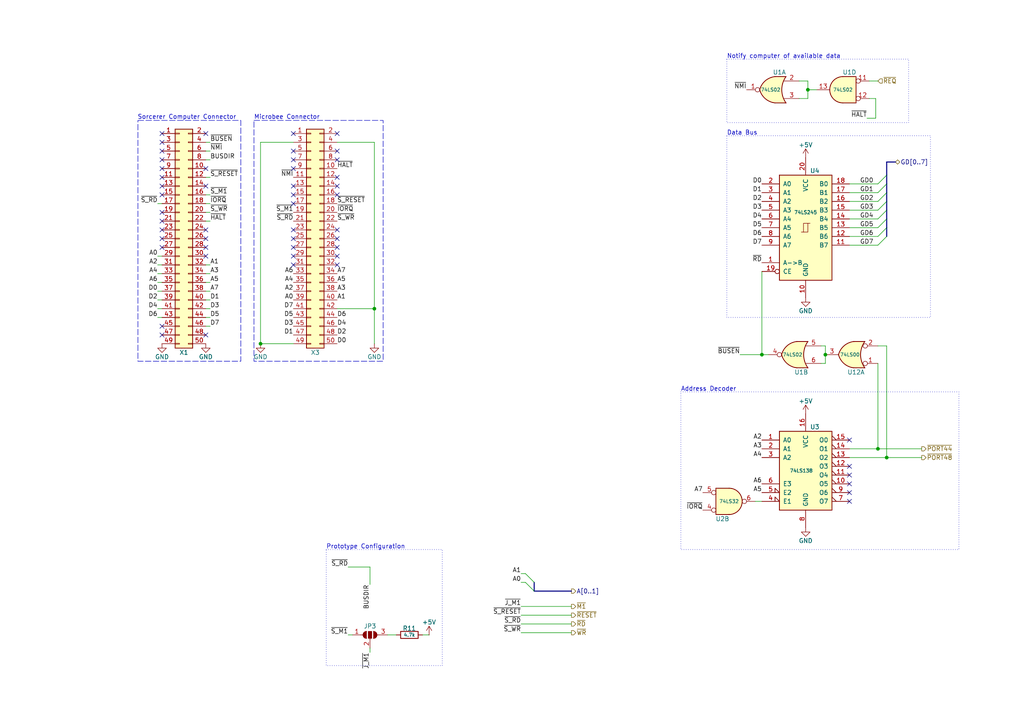
<source format=kicad_sch>
(kicad_sch (version 20250114) (generator "eeschema") (generator_version "9.0")
  (paper "A4")
  (title_block (title "Sorcerer Dream Disk") (date "2025-05-04") (rev "1.1") (company "Marcel Erz (RetroStack), John Halkiadakis, Michael Borthwick (Exidyboy)") (comment 2 "Circuits to buffer connection to the computer") (comment 4 "Computer Connector"))
  (lib_symbols
    (symbol "+5V_5" (power) (pin_numbers (hide yes)) (pin_names (offset 0) (hide yes))
      (property "Value" "+5V" (at 0 3.556 0))
      (symbol "+5V_5_0_1"
        (polyline (pts (xy -0.762 1.27) (xy 0 2.54)))
        (polyline (pts (xy 0 2.54) (xy 0.762 1.27)))
        (polyline (pts (xy 0 0) (xy 0 2.54)))
      )
      (symbol "+5V_5_1_1"
        (pin power_in line (at 0 0 90) (length 0) (name "~") (number "1"))
      )
    )
    (symbol "74xx:74LS00" (pin_names (offset 1.016))
      (property "Reference" "U" (at 0 1.27 0))
      (property "Value" "74LS00" (at 0 -1.27 0))
      (symbol "74LS00_1_1"
        (arc (start 0 3.81) (mid 3.7934 0) (end 0 -3.81) (stroke (width 0.254)) (fill (type background)))
        (polyline (pts (xy 0 3.81) (xy -3.81 3.81) (xy -3.81 -3.81) (xy 0 -3.81)) (stroke (width 0.254)) (fill (type background)))
        (pin input line (at -7.62 2.54 0) (length 3.81) (name "~") (number "1"))
        (pin input line (at -7.62 -2.54 0) (length 3.81) (name "~") (number "2"))
        (pin output inverted (at 7.62 0 180) (length 3.81) (name "~") (number "3"))
      )
      (symbol "74LS00_1_2"
        (arc (start -3.81 3.81) (mid -2.589 0) (end -3.81 -3.81) (stroke (width 0.254)))
        (polyline (pts (xy -3.81 3.81) (xy -0.635 3.81)) (stroke (width 0.254)) (fill (type background)))
        (polyline (pts (xy -3.81 -3.81) (xy -0.635 -3.81)) (stroke (width 0.254)) (fill (type background)))
        (arc (start 3.81 0) (mid 2.1855 -2.584) (end -0.6096 -3.81) (stroke (width 0.254)) (fill (type background)))
        (arc (start -0.6096 3.81) (mid 2.1928 2.5924) (end 3.81 0) (stroke (width 0.254)) (fill (type background)))
        (polyline (pts (xy -0.635 3.81) (xy -3.81 3.81) (xy -3.81 3.81) (xy -3.556 3.4036) (xy -3.0226 2.2606) (xy -2.6924 1.0414) (xy -2.6162 -0.254) (xy -2.7686 -1.4986) (xy -3.175 -2.7178) (xy -3.81 -3.81) (xy -3.81 -3.81) (xy -0.635 -3.81)) (stroke (width -25.4)) (fill (type background)))
        (pin input inverted (at -7.62 2.54 0) (length 4.318) (name "~") (number "1"))
        (pin input inverted (at -7.62 -2.54 0) (length 4.318) (name "~") (number "2"))
        (pin output line (at 7.62 0 180) (length 3.81) (name "~") (number "3"))
      )
      (symbol "74LS00_2_1"
        (arc (start 0 3.81) (mid 3.7934 0) (end 0 -3.81) (stroke (width 0.254)) (fill (type background)))
        (polyline (pts (xy 0 3.81) (xy -3.81 3.81) (xy -3.81 -3.81) (xy 0 -3.81)) (stroke (width 0.254)) (fill (type background)))
        (pin input line (at -7.62 2.54 0) (length 3.81) (name "~") (number "4"))
        (pin input line (at -7.62 -2.54 0) (length 3.81) (name "~") (number "5"))
        (pin output inverted (at 7.62 0 180) (length 3.81) (name "~") (number "6"))
      )
      (symbol "74LS00_2_2"
        (arc (start -3.81 3.81) (mid -2.589 0) (end -3.81 -3.81) (stroke (width 0.254)))
        (polyline (pts (xy -3.81 3.81) (xy -0.635 3.81)) (stroke (width 0.254)) (fill (type background)))
        (polyline (pts (xy -3.81 -3.81) (xy -0.635 -3.81)) (stroke (width 0.254)) (fill (type background)))
        (arc (start 3.81 0) (mid 2.1855 -2.584) (end -0.6096 -3.81) (stroke (width 0.254)) (fill (type background)))
        (arc (start -0.6096 3.81) (mid 2.1928 2.5924) (end 3.81 0) (stroke (width 0.254)) (fill (type background)))
        (polyline (pts (xy -0.635 3.81) (xy -3.81 3.81) (xy -3.81 3.81) (xy -3.556 3.4036) (xy -3.0226 2.2606) (xy -2.6924 1.0414) (xy -2.6162 -0.254) (xy -2.7686 -1.4986) (xy -3.175 -2.7178) (xy -3.81 -3.81) (xy -3.81 -3.81) (xy -0.635 -3.81)) (stroke (width -25.4)) (fill (type background)))
        (pin input inverted (at -7.62 2.54 0) (length 4.318) (name "~") (number "4"))
        (pin input inverted (at -7.62 -2.54 0) (length 4.318) (name "~") (number "5"))
        (pin output line (at 7.62 0 180) (length 3.81) (name "~") (number "6"))
      )
      (symbol "74LS00_3_1"
        (arc (start 0 3.81) (mid 3.7934 0) (end 0 -3.81) (stroke (width 0.254)) (fill (type background)))
        (polyline (pts (xy 0 3.81) (xy -3.81 3.81) (xy -3.81 -3.81) (xy 0 -3.81)) (stroke (width 0.254)) (fill (type background)))
        (pin input line (at -7.62 2.54 0) (length 3.81) (name "~") (number "9"))
        (pin input line (at -7.62 -2.54 0) (length 3.81) (name "~") (number "10"))
        (pin output inverted (at 7.62 0 180) (length 3.81) (name "~") (number "8"))
      )
      (symbol "74LS00_3_2"
        (arc (start -3.81 3.81) (mid -2.589 0) (end -3.81 -3.81) (stroke (width 0.254)))
        (polyline (pts (xy -3.81 3.81) (xy -0.635 3.81)) (stroke (width 0.254)) (fill (type background)))
        (polyline (pts (xy -3.81 -3.81) (xy -0.635 -3.81)) (stroke (width 0.254)) (fill (type background)))
        (arc (start 3.81 0) (mid 2.1855 -2.584) (end -0.6096 -3.81) (stroke (width 0.254)) (fill (type background)))
        (arc (start -0.6096 3.81) (mid 2.1928 2.5924) (end 3.81 0) (stroke (width 0.254)) (fill (type background)))
        (polyline (pts (xy -0.635 3.81) (xy -3.81 3.81) (xy -3.81 3.81) (xy -3.556 3.4036) (xy -3.0226 2.2606) (xy -2.6924 1.0414) (xy -2.6162 -0.254) (xy -2.7686 -1.4986) (xy -3.175 -2.7178) (xy -3.81 -3.81) (xy -3.81 -3.81) (xy -0.635 -3.81)) (stroke (width -25.4)) (fill (type background)))
        (pin input inverted (at -7.62 2.54 0) (length 4.318) (name "~") (number "9"))
        (pin input inverted (at -7.62 -2.54 0) (length 4.318) (name "~") (number "10"))
        (pin output line (at 7.62 0 180) (length 3.81) (name "~") (number "8"))
      )
      (symbol "74LS00_4_1"
        (arc (start 0 3.81) (mid 3.7934 0) (end 0 -3.81) (stroke (width 0.254)) (fill (type background)))
        (polyline (pts (xy 0 3.81) (xy -3.81 3.81) (xy -3.81 -3.81) (xy 0 -3.81)) (stroke (width 0.254)) (fill (type background)))
        (pin input line (at -7.62 2.54 0) (length 3.81) (name "~") (number "12"))
        (pin input line (at -7.62 -2.54 0) (length 3.81) (name "~") (number "13"))
        (pin output inverted (at 7.62 0 180) (length 3.81) (name "~") (number "11"))
      )
      (symbol "74LS00_4_2"
        (arc (start -3.81 3.81) (mid -2.589 0) (end -3.81 -3.81) (stroke (width 0.254)))
        (polyline (pts (xy -3.81 3.81) (xy -0.635 3.81)) (stroke (width 0.254)) (fill (type background)))
        (polyline (pts (xy -3.81 -3.81) (xy -0.635 -3.81)) (stroke (width 0.254)) (fill (type background)))
        (arc (start 3.81 0) (mid 2.1855 -2.584) (end -0.6096 -3.81) (stroke (width 0.254)) (fill (type background)))
        (arc (start -0.6096 3.81) (mid 2.1928 2.5924) (end 3.81 0) (stroke (width 0.254)) (fill (type background)))
        (polyline (pts (xy -0.635 3.81) (xy -3.81 3.81) (xy -3.81 3.81) (xy -3.556 3.4036) (xy -3.0226 2.2606) (xy -2.6924 1.0414) (xy -2.6162 -0.254) (xy -2.7686 -1.4986) (xy -3.175 -2.7178) (xy -3.81 -3.81) (xy -3.81 -3.81) (xy -0.635 -3.81)) (stroke (width -25.4)) (fill (type background)))
        (pin input inverted (at -7.62 2.54 0) (length 4.318) (name "~") (number "12"))
        (pin input inverted (at -7.62 -2.54 0) (length 4.318) (name "~") (number "13"))
        (pin output line (at 7.62 0 180) (length 3.81) (name "~") (number "11"))
      )
      (symbol "74LS00_5_0"
        (pin power_in line (at 0 12.7 270) (length 5.08) (name "VCC") (number "14"))
        (pin power_in line (at 0 -12.7 90) (length 5.08) (name "GND") (number "7"))
      )
      (symbol "74LS00_5_1"
        (rectangle (start -5.08 7.62) (end 5.08 -7.62) (stroke (width 0.254)) (fill (type background)))
      )
    )
    (symbol "74xx:74LS02" (pin_names (offset 1.016))
      (property "Reference" "U" (at 0 1.27 0))
      (property "Value" "74LS02" (at 0 -1.27 0))
      (symbol "74LS02_1_1"
        (arc (start -3.81 3.81) (mid -2.589 0) (end -3.81 -3.81) (stroke (width 0.254)))
        (polyline (pts (xy -3.81 3.81) (xy -0.635 3.81)) (stroke (width 0.254)) (fill (type background)))
        (polyline (pts (xy -3.81 -3.81) (xy -0.635 -3.81)) (stroke (width 0.254)) (fill (type background)))
        (arc (start 3.81 0) (mid 2.1855 -2.584) (end -0.6096 -3.81) (stroke (width 0.254)) (fill (type background)))
        (arc (start -0.6096 3.81) (mid 2.1928 2.5924) (end 3.81 0) (stroke (width 0.254)) (fill (type background)))
        (polyline (pts (xy -0.635 3.81) (xy -3.81 3.81) (xy -3.81 3.81) (xy -3.556 3.4036) (xy -3.0226 2.2606) (xy -2.6924 1.0414) (xy -2.6162 -0.254) (xy -2.7686 -1.4986) (xy -3.175 -2.7178) (xy -3.81 -3.81) (xy -3.81 -3.81) (xy -0.635 -3.81)) (stroke (width -25.4)) (fill (type background)))
        (pin input line (at -7.62 2.54 0) (length 4.318) (name "~") (number "2"))
        (pin input line (at -7.62 -2.54 0) (length 4.318) (name "~") (number "3"))
        (pin output inverted (at 7.62 0 180) (length 3.81) (name "~") (number "1"))
      )
      (symbol "74LS02_1_2"
        (arc (start 0 3.81) (mid 3.7934 0) (end 0 -3.81) (stroke (width 0.254)) (fill (type background)))
        (polyline (pts (xy 0 3.81) (xy -3.81 3.81) (xy -3.81 -3.81) (xy 0 -3.81)) (stroke (width 0.254)) (fill (type background)))
        (pin input inverted (at -7.62 2.54 0) (length 3.81) (name "~") (number "2"))
        (pin input inverted (at -7.62 -2.54 0) (length 3.81) (name "~") (number "3"))
        (pin output line (at 7.62 0 180) (length 3.81) (name "~") (number "1"))
      )
      (symbol "74LS02_2_1"
        (arc (start -3.81 3.81) (mid -2.589 0) (end -3.81 -3.81) (stroke (width 0.254)))
        (polyline (pts (xy -3.81 3.81) (xy -0.635 3.81)) (stroke (width 0.254)) (fill (type background)))
        (polyline (pts (xy -3.81 -3.81) (xy -0.635 -3.81)) (stroke (width 0.254)) (fill (type background)))
        (arc (start 3.81 0) (mid 2.1855 -2.584) (end -0.6096 -3.81) (stroke (width 0.254)) (fill (type background)))
        (arc (start -0.6096 3.81) (mid 2.1928 2.5924) (end 3.81 0) (stroke (width 0.254)) (fill (type background)))
        (polyline (pts (xy -0.635 3.81) (xy -3.81 3.81) (xy -3.81 3.81) (xy -3.556 3.4036) (xy -3.0226 2.2606) (xy -2.6924 1.0414) (xy -2.6162 -0.254) (xy -2.7686 -1.4986) (xy -3.175 -2.7178) (xy -3.81 -3.81) (xy -3.81 -3.81) (xy -0.635 -3.81)) (stroke (width -25.4)) (fill (type background)))
        (pin input line (at -7.62 2.54 0) (length 4.318) (name "~") (number "5"))
        (pin input line (at -7.62 -2.54 0) (length 4.318) (name "~") (number "6"))
        (pin output inverted (at 7.62 0 180) (length 3.81) (name "~") (number "4"))
      )
      (symbol "74LS02_2_2"
        (arc (start 0 3.81) (mid 3.7934 0) (end 0 -3.81) (stroke (width 0.254)) (fill (type background)))
        (polyline (pts (xy 0 3.81) (xy -3.81 3.81) (xy -3.81 -3.81) (xy 0 -3.81)) (stroke (width 0.254)) (fill (type background)))
        (pin input inverted (at -7.62 2.54 0) (length 3.81) (name "~") (number "5"))
        (pin input inverted (at -7.62 -2.54 0) (length 3.81) (name "~") (number "6"))
        (pin output line (at 7.62 0 180) (length 3.81) (name "~") (number "4"))
      )
      (symbol "74LS02_3_1"
        (arc (start -3.81 3.81) (mid -2.589 0) (end -3.81 -3.81) (stroke (width 0.254)))
        (polyline (pts (xy -3.81 3.81) (xy -0.635 3.81)) (stroke (width 0.254)) (fill (type background)))
        (polyline (pts (xy -3.81 -3.81) (xy -0.635 -3.81)) (stroke (width 0.254)) (fill (type background)))
        (arc (start 3.81 0) (mid 2.1855 -2.584) (end -0.6096 -3.81) (stroke (width 0.254)) (fill (type background)))
        (arc (start -0.6096 3.81) (mid 2.1928 2.5924) (end 3.81 0) (stroke (width 0.254)) (fill (type background)))
        (polyline (pts (xy -0.635 3.81) (xy -3.81 3.81) (xy -3.81 3.81) (xy -3.556 3.4036) (xy -3.0226 2.2606) (xy -2.6924 1.0414) (xy -2.6162 -0.254) (xy -2.7686 -1.4986) (xy -3.175 -2.7178) (xy -3.81 -3.81) (xy -3.81 -3.81) (xy -0.635 -3.81)) (stroke (width -25.4)) (fill (type background)))
        (pin input line (at -7.62 2.54 0) (length 4.318) (name "~") (number "8"))
        (pin input line (at -7.62 -2.54 0) (length 4.318) (name "~") (number "9"))
        (pin output inverted (at 7.62 0 180) (length 3.81) (name "~") (number "10"))
      )
      (symbol "74LS02_3_2"
        (arc (start 0 3.81) (mid 3.7934 0) (end 0 -3.81) (stroke (width 0.254)) (fill (type background)))
        (polyline (pts (xy 0 3.81) (xy -3.81 3.81) (xy -3.81 -3.81) (xy 0 -3.81)) (stroke (width 0.254)) (fill (type background)))
        (pin input inverted (at -7.62 2.54 0) (length 3.81) (name "~") (number "8"))
        (pin input inverted (at -7.62 -2.54 0) (length 3.81) (name "~") (number "9"))
        (pin output line (at 7.62 0 180) (length 3.81) (name "~") (number "10"))
      )
      (symbol "74LS02_4_1"
        (arc (start -3.81 3.81) (mid -2.589 0) (end -3.81 -3.81) (stroke (width 0.254)))
        (polyline (pts (xy -3.81 3.81) (xy -0.635 3.81)) (stroke (width 0.254)) (fill (type background)))
        (polyline (pts (xy -3.81 -3.81) (xy -0.635 -3.81)) (stroke (width 0.254)) (fill (type background)))
        (arc (start 3.81 0) (mid 2.1855 -2.584) (end -0.6096 -3.81) (stroke (width 0.254)) (fill (type background)))
        (arc (start -0.6096 3.81) (mid 2.1928 2.5924) (end 3.81 0) (stroke (width 0.254)) (fill (type background)))
        (polyline (pts (xy -0.635 3.81) (xy -3.81 3.81) (xy -3.81 3.81) (xy -3.556 3.4036) (xy -3.0226 2.2606) (xy -2.6924 1.0414) (xy -2.6162 -0.254) (xy -2.7686 -1.4986) (xy -3.175 -2.7178) (xy -3.81 -3.81) (xy -3.81 -3.81) (xy -0.635 -3.81)) (stroke (width -25.4)) (fill (type background)))
        (pin input line (at -7.62 2.54 0) (length 4.318) (name "~") (number "11"))
        (pin input line (at -7.62 -2.54 0) (length 4.318) (name "~") (number "12"))
        (pin output inverted (at 7.62 0 180) (length 3.81) (name "~") (number "13"))
      )
      (symbol "74LS02_4_2"
        (arc (start 0 3.81) (mid 3.7934 0) (end 0 -3.81) (stroke (width 0.254)) (fill (type background)))
        (polyline (pts (xy 0 3.81) (xy -3.81 3.81) (xy -3.81 -3.81) (xy 0 -3.81)) (stroke (width 0.254)) (fill (type background)))
        (pin input inverted (at -7.62 2.54 0) (length 3.81) (name "~") (number "11"))
        (pin input inverted (at -7.62 -2.54 0) (length 3.81) (name "~") (number "12"))
        (pin output line (at 7.62 0 180) (length 3.81) (name "~") (number "13"))
      )
      (symbol "74LS02_5_0"
        (pin power_in line (at 0 12.7 270) (length 5.08) (name "VCC") (number "14"))
        (pin power_in line (at 0 -12.7 90) (length 5.08) (name "GND") (number "7"))
      )
      (symbol "74LS02_5_1"
        (rectangle (start -5.08 7.62) (end 5.08 -7.62) (stroke (width 0.254)) (fill (type background)))
      )
    )
    (symbol "74xx:74LS138" (pin_names (offset 1.016))
      (property "Reference" "U" (at -7.62 11.43 0))
      (property "Value" "74LS138" (at -7.62 -13.97 0))
      (symbol "74LS138_1_0"
        (pin input line (at -12.7 7.62 0) (length 5.08) (name "A0") (number "1"))
        (pin input line (at -12.7 5.08 0) (length 5.08) (name "A1") (number "2"))
        (pin input line (at -12.7 2.54 0) (length 5.08) (name "A2") (number "3"))
        (pin input line (at -12.7 -5.08 0) (length 5.08) (name "E3") (number "6"))
        (pin input input_low (at -12.7 -7.62 0) (length 5.08) (name "E2") (number "5"))
        (pin input input_low (at -12.7 -10.16 0) (length 5.08) (name "E1") (number "4"))
        (pin power_in line (at 0 15.24 270) (length 5.08) (name "VCC") (number "16"))
        (pin power_in line (at 0 -17.78 90) (length 5.08) (name "GND") (number "8"))
        (pin output output_low (at 12.7 7.62 180) (length 5.08) (name "O0") (number "15"))
        (pin output output_low (at 12.7 5.08 180) (length 5.08) (name "O1") (number "14"))
        (pin output output_low (at 12.7 2.54 180) (length 5.08) (name "O2") (number "13"))
        (pin output output_low (at 12.7 0 180) (length 5.08) (name "O3") (number "12"))
        (pin output output_low (at 12.7 -2.54 180) (length 5.08) (name "O4") (number "11"))
        (pin output output_low (at 12.7 -5.08 180) (length 5.08) (name "O5") (number "10"))
        (pin output output_low (at 12.7 -7.62 180) (length 5.08) (name "O6") (number "9"))
        (pin output output_low (at 12.7 -10.16 180) (length 5.08) (name "O7") (number "7"))
      )
      (symbol "74LS138_1_1"
        (rectangle (start -7.62 10.16) (end 7.62 -12.7) (stroke (width 0.254)) (fill (type background)))
      )
    )
    (symbol "74xx:74LS245" (pin_names (offset 1.016))
      (property "Reference" "U" (at -7.62 16.51 0))
      (property "Value" "74LS245" (at -7.62 -16.51 0))
      (symbol "74LS245_1_0"
        (polyline (pts (xy -1.27 -1.27) (xy 0.635 -1.27) (xy 0.635 1.27) (xy 1.27 1.27)))
        (polyline (pts (xy -0.635 -1.27) (xy -0.635 1.27) (xy 0.635 1.27)))
        (pin tri_state line (at -12.7 12.7 0) (length 5.08) (name "A0") (number "2"))
        (pin tri_state line (at -12.7 10.16 0) (length 5.08) (name "A1") (number "3"))
        (pin tri_state line (at -12.7 7.62 0) (length 5.08) (name "A2") (number "4"))
        (pin tri_state line (at -12.7 5.08 0) (length 5.08) (name "A3") (number "5"))
        (pin tri_state line (at -12.7 2.54 0) (length 5.08) (name "A4") (number "6"))
        (pin tri_state line (at -12.7 0 0) (length 5.08) (name "A5") (number "7"))
        (pin tri_state line (at -12.7 -2.54 0) (length 5.08) (name "A6") (number "8"))
        (pin tri_state line (at -12.7 -5.08 0) (length 5.08) (name "A7") (number "9"))
        (pin input line (at -12.7 -10.16 0) (length 5.08) (name "A->B") (number "1"))
        (pin input inverted (at -12.7 -12.7 0) (length 5.08) (name "CE") (number "19"))
        (pin power_in line (at 0 20.32 270) (length 5.08) (name "VCC") (number "20"))
        (pin power_in line (at 0 -20.32 90) (length 5.08) (name "GND") (number "10"))
        (pin tri_state line (at 12.7 12.7 180) (length 5.08) (name "B0") (number "18"))
        (pin tri_state line (at 12.7 10.16 180) (length 5.08) (name "B1") (number "17"))
        (pin tri_state line (at 12.7 7.62 180) (length 5.08) (name "B2") (number "16"))
        (pin tri_state line (at 12.7 5.08 180) (length 5.08) (name "B3") (number "15"))
        (pin tri_state line (at 12.7 2.54 180) (length 5.08) (name "B4") (number "14"))
        (pin tri_state line (at 12.7 0 180) (length 5.08) (name "B5") (number "13"))
        (pin tri_state line (at 12.7 -2.54 180) (length 5.08) (name "B6") (number "12"))
        (pin tri_state line (at 12.7 -5.08 180) (length 5.08) (name "B7") (number "11"))
      )
      (symbol "74LS245_1_1"
        (rectangle (start -7.62 15.24) (end 7.62 -15.24) (stroke (width 0.254)) (fill (type background)))
      )
    )
    (symbol "74xx:74LS32" (pin_names (offset 1.016))
      (property "Reference" "U" (at 0 1.27 0))
      (property "Value" "74LS32" (at 0 -1.27 0))
      (symbol "74LS32_1_1"
        (arc (start -3.81 3.81) (mid -2.589 0) (end -3.81 -3.81) (stroke (width 0.254)))
        (polyline (pts (xy -3.81 3.81) (xy -0.635 3.81)) (stroke (width 0.254)) (fill (type background)))
        (polyline (pts (xy -3.81 -3.81) (xy -0.635 -3.81)) (stroke (width 0.254)) (fill (type background)))
        (arc (start 3.81 0) (mid 2.1855 -2.584) (end -0.6096 -3.81) (stroke (width 0.254)) (fill (type background)))
        (arc (start -0.6096 3.81) (mid 2.1928 2.5924) (end 3.81 0) (stroke (width 0.254)) (fill (type background)))
        (polyline (pts (xy -0.635 3.81) (xy -3.81 3.81) (xy -3.81 3.81) (xy -3.556 3.4036) (xy -3.0226 2.2606) (xy -2.6924 1.0414) (xy -2.6162 -0.254) (xy -2.7686 -1.4986) (xy -3.175 -2.7178) (xy -3.81 -3.81) (xy -3.81 -3.81) (xy -0.635 -3.81)) (stroke (width -25.4)) (fill (type background)))
        (pin input line (at -7.62 2.54 0) (length 4.318) (name "~") (number "1"))
        (pin input line (at -7.62 -2.54 0) (length 4.318) (name "~") (number "2"))
        (pin output line (at 7.62 0 180) (length 3.81) (name "~") (number "3"))
      )
      (symbol "74LS32_1_2"
        (arc (start 0 3.81) (mid 3.7934 0) (end 0 -3.81) (stroke (width 0.254)) (fill (type background)))
        (polyline (pts (xy 0 3.81) (xy -3.81 3.81) (xy -3.81 -3.81) (xy 0 -3.81)) (stroke (width 0.254)) (fill (type background)))
        (pin input inverted (at -7.62 2.54 0) (length 3.81) (name "~") (number "1"))
        (pin input inverted (at -7.62 -2.54 0) (length 3.81) (name "~") (number "2"))
        (pin output inverted (at 7.62 0 180) (length 3.81) (name "~") (number "3"))
      )
      (symbol "74LS32_2_1"
        (arc (start -3.81 3.81) (mid -2.589 0) (end -3.81 -3.81) (stroke (width 0.254)))
        (polyline (pts (xy -3.81 3.81) (xy -0.635 3.81)) (stroke (width 0.254)) (fill (type background)))
        (polyline (pts (xy -3.81 -3.81) (xy -0.635 -3.81)) (stroke (width 0.254)) (fill (type background)))
        (arc (start 3.81 0) (mid 2.1855 -2.584) (end -0.6096 -3.81) (stroke (width 0.254)) (fill (type background)))
        (arc (start -0.6096 3.81) (mid 2.1928 2.5924) (end 3.81 0) (stroke (width 0.254)) (fill (type background)))
        (polyline (pts (xy -0.635 3.81) (xy -3.81 3.81) (xy -3.81 3.81) (xy -3.556 3.4036) (xy -3.0226 2.2606) (xy -2.6924 1.0414) (xy -2.6162 -0.254) (xy -2.7686 -1.4986) (xy -3.175 -2.7178) (xy -3.81 -3.81) (xy -3.81 -3.81) (xy -0.635 -3.81)) (stroke (width -25.4)) (fill (type background)))
        (pin input line (at -7.62 2.54 0) (length 4.318) (name "~") (number "4"))
        (pin input line (at -7.62 -2.54 0) (length 4.318) (name "~") (number "5"))
        (pin output line (at 7.62 0 180) (length 3.81) (name "~") (number "6"))
      )
      (symbol "74LS32_2_2"
        (arc (start 0 3.81) (mid 3.7934 0) (end 0 -3.81) (stroke (width 0.254)) (fill (type background)))
        (polyline (pts (xy 0 3.81) (xy -3.81 3.81) (xy -3.81 -3.81) (xy 0 -3.81)) (stroke (width 0.254)) (fill (type background)))
        (pin input inverted (at -7.62 2.54 0) (length 3.81) (name "~") (number "4"))
        (pin input inverted (at -7.62 -2.54 0) (length 3.81) (name "~") (number "5"))
        (pin output inverted (at 7.62 0 180) (length 3.81) (name "~") (number "6"))
      )
      (symbol "74LS32_3_1"
        (arc (start -3.81 3.81) (mid -2.589 0) (end -3.81 -3.81) (stroke (width 0.254)))
        (polyline (pts (xy -3.81 3.81) (xy -0.635 3.81)) (stroke (width 0.254)) (fill (type background)))
        (polyline (pts (xy -3.81 -3.81) (xy -0.635 -3.81)) (stroke (width 0.254)) (fill (type background)))
        (arc (start 3.81 0) (mid 2.1855 -2.584) (end -0.6096 -3.81) (stroke (width 0.254)) (fill (type background)))
        (arc (start -0.6096 3.81) (mid 2.1928 2.5924) (end 3.81 0) (stroke (width 0.254)) (fill (type background)))
        (polyline (pts (xy -0.635 3.81) (xy -3.81 3.81) (xy -3.81 3.81) (xy -3.556 3.4036) (xy -3.0226 2.2606) (xy -2.6924 1.0414) (xy -2.6162 -0.254) (xy -2.7686 -1.4986) (xy -3.175 -2.7178) (xy -3.81 -3.81) (xy -3.81 -3.81) (xy -0.635 -3.81)) (stroke (width -25.4)) (fill (type background)))
        (pin input line (at -7.62 2.54 0) (length 4.318) (name "~") (number "9"))
        (pin input line (at -7.62 -2.54 0) (length 4.318) (name "~") (number "10"))
        (pin output line (at 7.62 0 180) (length 3.81) (name "~") (number "8"))
      )
      (symbol "74LS32_3_2"
        (arc (start 0 3.81) (mid 3.7934 0) (end 0 -3.81) (stroke (width 0.254)) (fill (type background)))
        (polyline (pts (xy 0 3.81) (xy -3.81 3.81) (xy -3.81 -3.81) (xy 0 -3.81)) (stroke (width 0.254)) (fill (type background)))
        (pin input inverted (at -7.62 2.54 0) (length 3.81) (name "~") (number "9"))
        (pin input inverted (at -7.62 -2.54 0) (length 3.81) (name "~") (number "10"))
        (pin output inverted (at 7.62 0 180) (length 3.81) (name "~") (number "8"))
      )
      (symbol "74LS32_4_1"
        (arc (start -3.81 3.81) (mid -2.589 0) (end -3.81 -3.81) (stroke (width 0.254)))
        (polyline (pts (xy -3.81 3.81) (xy -0.635 3.81)) (stroke (width 0.254)) (fill (type background)))
        (polyline (pts (xy -3.81 -3.81) (xy -0.635 -3.81)) (stroke (width 0.254)) (fill (type background)))
        (arc (start 3.81 0) (mid 2.1855 -2.584) (end -0.6096 -3.81) (stroke (width 0.254)) (fill (type background)))
        (arc (start -0.6096 3.81) (mid 2.1928 2.5924) (end 3.81 0) (stroke (width 0.254)) (fill (type background)))
        (polyline (pts (xy -0.635 3.81) (xy -3.81 3.81) (xy -3.81 3.81) (xy -3.556 3.4036) (xy -3.0226 2.2606) (xy -2.6924 1.0414) (xy -2.6162 -0.254) (xy -2.7686 -1.4986) (xy -3.175 -2.7178) (xy -3.81 -3.81) (xy -3.81 -3.81) (xy -0.635 -3.81)) (stroke (width -25.4)) (fill (type background)))
        (pin input line (at -7.62 2.54 0) (length 4.318) (name "~") (number "12"))
        (pin input line (at -7.62 -2.54 0) (length 4.318) (name "~") (number "13"))
        (pin output line (at 7.62 0 180) (length 3.81) (name "~") (number "11"))
      )
      (symbol "74LS32_4_2"
        (arc (start 0 3.81) (mid 3.7934 0) (end 0 -3.81) (stroke (width 0.254)) (fill (type background)))
        (polyline (pts (xy 0 3.81) (xy -3.81 3.81) (xy -3.81 -3.81) (xy 0 -3.81)) (stroke (width 0.254)) (fill (type background)))
        (pin input inverted (at -7.62 2.54 0) (length 3.81) (name "~") (number "12"))
        (pin input inverted (at -7.62 -2.54 0) (length 3.81) (name "~") (number "13"))
        (pin output inverted (at 7.62 0 180) (length 3.81) (name "~") (number "11"))
      )
      (symbol "74LS32_5_0"
        (pin power_in line (at 0 12.7 270) (length 5.08) (name "VCC") (number "14"))
        (pin power_in line (at 0 -12.7 90) (length 5.08) (name "GND") (number "7"))
      )
      (symbol "74LS32_5_1"
        (rectangle (start -5.08 7.62) (end 5.08 -7.62) (stroke (width 0.254)) (fill (type background)))
      )
    )
    (symbol "Connector_Generic:Conn_02x25_Odd_Even" (pin_names (offset 1.016) (hide yes))
      (property "Reference" "J" (at 1.27 33.02 0))
      (property "Value" "Conn_02x25_Odd_Even" (at 1.27 -33.02 0))
      (symbol "Conn_02x25_Odd_Even_1_1"
        (rectangle (start -1.27 31.75) (end 3.81 -31.75) (stroke (width 0.254)) (fill (type background)))
        (rectangle (start -1.27 30.607) (end 0 30.353) (stroke (width 0.1524)))
        (rectangle (start -1.27 28.067) (end 0 27.813) (stroke (width 0.1524)))
        (rectangle (start -1.27 25.527) (end 0 25.273) (stroke (width 0.1524)))
        (rectangle (start -1.27 22.987) (end 0 22.733) (stroke (width 0.1524)))
        (rectangle (start -1.27 20.447) (end 0 20.193) (stroke (width 0.1524)))
        (rectangle (start -1.27 17.907) (end 0 17.653) (stroke (width 0.1524)))
        (rectangle (start -1.27 15.367) (end 0 15.113) (stroke (width 0.1524)))
        (rectangle (start -1.27 12.827) (end 0 12.573) (stroke (width 0.1524)))
        (rectangle (start -1.27 10.287) (end 0 10.033) (stroke (width 0.1524)))
        (rectangle (start -1.27 7.747) (end 0 7.493) (stroke (width 0.1524)))
        (rectangle (start -1.27 5.207) (end 0 4.953) (stroke (width 0.1524)))
        (rectangle (start -1.27 2.667) (end 0 2.413) (stroke (width 0.1524)))
        (rectangle (start -1.27 0.127) (end 0 -0.127) (stroke (width 0.1524)))
        (rectangle (start -1.27 -2.413) (end 0 -2.667) (stroke (width 0.1524)))
        (rectangle (start -1.27 -4.953) (end 0 -5.207) (stroke (width 0.1524)))
        (rectangle (start -1.27 -7.493) (end 0 -7.747) (stroke (width 0.1524)))
        (rectangle (start -1.27 -10.033) (end 0 -10.287) (stroke (width 0.1524)))
        (rectangle (start -1.27 -12.573) (end 0 -12.827) (stroke (width 0.1524)))
        (rectangle (start -1.27 -15.113) (end 0 -15.367) (stroke (width 0.1524)))
        (rectangle (start -1.27 -17.653) (end 0 -17.907) (stroke (width 0.1524)))
        (rectangle (start -1.27 -20.193) (end 0 -20.447) (stroke (width 0.1524)))
        (rectangle (start -1.27 -22.733) (end 0 -22.987) (stroke (width 0.1524)))
        (rectangle (start -1.27 -25.273) (end 0 -25.527) (stroke (width 0.1524)))
        (rectangle (start -1.27 -27.813) (end 0 -28.067) (stroke (width 0.1524)))
        (rectangle (start -1.27 -30.353) (end 0 -30.607) (stroke (width 0.1524)))
        (rectangle (start 3.81 30.607) (end 2.54 30.353) (stroke (width 0.1524)))
        (rectangle (start 3.81 28.067) (end 2.54 27.813) (stroke (width 0.1524)))
        (rectangle (start 3.81 25.527) (end 2.54 25.273) (stroke (width 0.1524)))
        (rectangle (start 3.81 22.987) (end 2.54 22.733) (stroke (width 0.1524)))
        (rectangle (start 3.81 20.447) (end 2.54 20.193) (stroke (width 0.1524)))
        (rectangle (start 3.81 17.907) (end 2.54 17.653) (stroke (width 0.1524)))
        (rectangle (start 3.81 15.367) (end 2.54 15.113) (stroke (width 0.1524)))
        (rectangle (start 3.81 12.827) (end 2.54 12.573) (stroke (width 0.1524)))
        (rectangle (start 3.81 10.287) (end 2.54 10.033) (stroke (width 0.1524)))
        (rectangle (start 3.81 7.747) (end 2.54 7.493) (stroke (width 0.1524)))
        (rectangle (start 3.81 5.207) (end 2.54 4.953) (stroke (width 0.1524)))
        (rectangle (start 3.81 2.667) (end 2.54 2.413) (stroke (width 0.1524)))
        (rectangle (start 3.81 0.127) (end 2.54 -0.127) (stroke (width 0.1524)))
        (rectangle (start 3.81 -2.413) (end 2.54 -2.667) (stroke (width 0.1524)))
        (rectangle (start 3.81 -4.953) (end 2.54 -5.207) (stroke (width 0.1524)))
        (rectangle (start 3.81 -7.493) (end 2.54 -7.747) (stroke (width 0.1524)))
        (rectangle (start 3.81 -10.033) (end 2.54 -10.287) (stroke (width 0.1524)))
        (rectangle (start 3.81 -12.573) (end 2.54 -12.827) (stroke (width 0.1524)))
        (rectangle (start 3.81 -15.113) (end 2.54 -15.367) (stroke (width 0.1524)))
        (rectangle (start 3.81 -17.653) (end 2.54 -17.907) (stroke (width 0.1524)))
        (rectangle (start 3.81 -20.193) (end 2.54 -20.447) (stroke (width 0.1524)))
        (rectangle (start 3.81 -22.733) (end 2.54 -22.987) (stroke (width 0.1524)))
        (rectangle (start 3.81 -25.273) (end 2.54 -25.527) (stroke (width 0.1524)))
        (rectangle (start 3.81 -27.813) (end 2.54 -28.067) (stroke (width 0.1524)))
        (rectangle (start 3.81 -30.353) (end 2.54 -30.607) (stroke (width 0.1524)))
        (pin passive line (at -5.08 30.48 0) (length 3.81) (name "Pin_1") (number "1"))
        (pin passive line (at -5.08 27.94 0) (length 3.81) (name "Pin_3") (number "3"))
        (pin passive line (at -5.08 25.4 0) (length 3.81) (name "Pin_5") (number "5"))
        (pin passive line (at -5.08 22.86 0) (length 3.81) (name "Pin_7") (number "7"))
        (pin passive line (at -5.08 20.32 0) (length 3.81) (name "Pin_9") (number "9"))
        (pin passive line (at -5.08 17.78 0) (length 3.81) (name "Pin_11") (number "11"))
        (pin passive line (at -5.08 15.24 0) (length 3.81) (name "Pin_13") (number "13"))
        (pin passive line (at -5.08 12.7 0) (length 3.81) (name "Pin_15") (number "15"))
        (pin passive line (at -5.08 10.16 0) (length 3.81) (name "Pin_17") (number "17"))
        (pin passive line (at -5.08 7.62 0) (length 3.81) (name "Pin_19") (number "19"))
        (pin passive line (at -5.08 5.08 0) (length 3.81) (name "Pin_21") (number "21"))
        (pin passive line (at -5.08 2.54 0) (length 3.81) (name "Pin_23") (number "23"))
        (pin passive line (at -5.08 0 0) (length 3.81) (name "Pin_25") (number "25"))
        (pin passive line (at -5.08 -2.54 0) (length 3.81) (name "Pin_27") (number "27"))
        (pin passive line (at -5.08 -5.08 0) (length 3.81) (name "Pin_29") (number "29"))
        (pin passive line (at -5.08 -7.62 0) (length 3.81) (name "Pin_31") (number "31"))
        (pin passive line (at -5.08 -10.16 0) (length 3.81) (name "Pin_33") (number "33"))
        (pin passive line (at -5.08 -12.7 0) (length 3.81) (name "Pin_35") (number "35"))
        (pin passive line (at -5.08 -15.24 0) (length 3.81) (name "Pin_37") (number "37"))
        (pin passive line (at -5.08 -17.78 0) (length 3.81) (name "Pin_39") (number "39"))
        (pin passive line (at -5.08 -20.32 0) (length 3.81) (name "Pin_41") (number "41"))
        (pin passive line (at -5.08 -22.86 0) (length 3.81) (name "Pin_43") (number "43"))
        (pin passive line (at -5.08 -25.4 0) (length 3.81) (name "Pin_45") (number "45"))
        (pin passive line (at -5.08 -27.94 0) (length 3.81) (name "Pin_47") (number "47"))
        (pin passive line (at -5.08 -30.48 0) (length 3.81) (name "Pin_49") (number "49"))
        (pin passive line (at 7.62 30.48 180) (length 3.81) (name "Pin_2") (number "2"))
        (pin passive line (at 7.62 27.94 180) (length 3.81) (name "Pin_4") (number "4"))
        (pin passive line (at 7.62 25.4 180) (length 3.81) (name "Pin_6") (number "6"))
        (pin passive line (at 7.62 22.86 180) (length 3.81) (name "Pin_8") (number "8"))
        (pin passive line (at 7.62 20.32 180) (length 3.81) (name "Pin_10") (number "10"))
        (pin passive line (at 7.62 17.78 180) (length 3.81) (name "Pin_12") (number "12"))
        (pin passive line (at 7.62 15.24 180) (length 3.81) (name "Pin_14") (number "14"))
        (pin passive line (at 7.62 12.7 180) (length 3.81) (name "Pin_16") (number "16"))
        (pin passive line (at 7.62 10.16 180) (length 3.81) (name "Pin_18") (number "18"))
        (pin passive line (at 7.62 7.62 180) (length 3.81) (name "Pin_20") (number "20"))
        (pin passive line (at 7.62 5.08 180) (length 3.81) (name "Pin_22") (number "22"))
        (pin passive line (at 7.62 2.54 180) (length 3.81) (name "Pin_24") (number "24"))
        (pin passive line (at 7.62 0 180) (length 3.81) (name "Pin_26") (number "26"))
        (pin passive line (at 7.62 -2.54 180) (length 3.81) (name "Pin_28") (number "28"))
        (pin passive line (at 7.62 -5.08 180) (length 3.81) (name "Pin_30") (number "30"))
        (pin passive line (at 7.62 -7.62 180) (length 3.81) (name "Pin_32") (number "32"))
        (pin passive line (at 7.62 -10.16 180) (length 3.81) (name "Pin_34") (number "34"))
        (pin passive line (at 7.62 -12.7 180) (length 3.81) (name "Pin_36") (number "36"))
        (pin passive line (at 7.62 -15.24 180) (length 3.81) (name "Pin_38") (number "38"))
        (pin passive line (at 7.62 -17.78 180) (length 3.81) (name "Pin_40") (number "40"))
        (pin passive line (at 7.62 -20.32 180) (length 3.81) (name "Pin_42") (number "42"))
        (pin passive line (at 7.62 -22.86 180) (length 3.81) (name "Pin_44") (number "44"))
        (pin passive line (at 7.62 -25.4 180) (length 3.81) (name "Pin_46") (number "46"))
        (pin passive line (at 7.62 -27.94 180) (length 3.81) (name "Pin_48") (number "48"))
        (pin passive line (at 7.62 -30.48 180) (length 3.81) (name "Pin_50") (number "50"))
      )
    )
    (symbol "Device:R" (pin_numbers (hide yes)) (pin_names (offset 0))
      (property "Reference" "R" (at 2.032 0 90))
      (property "Value" "R" (at 0 0 90))
      (symbol "R_0_1"
        (rectangle (start -1.016 -2.54) (end 1.016 2.54) (stroke (width 0.254)))
      )
      (symbol "R_1_1"
        (pin passive line (at 0 3.81 270) (length 1.27) (name "~") (number "1"))
        (pin passive line (at 0 -3.81 90) (length 1.27) (name "~") (number "2"))
      )
    )
    (symbol "GND_1" (power) (pin_numbers (hide yes)) (pin_names (offset 0) (hide yes))
      (property "Value" "GND" (at 0 -3.81 0))
      (symbol "GND_1_0_1"
        (polyline (pts (xy 0 0) (xy 0 -1.27) (xy 1.27 -1.27) (xy 0 -2.54) (xy -1.27 -1.27) (xy 0 -1.27)))
      )
      (symbol "GND_1_1_1"
        (pin power_in line (at 0 0 270) (length 0) (name "~") (number "1"))
      )
    )
    (symbol "Jumper:SolderJumper_3_Open" (pin_names (offset 0) (hide yes))
      (property "Reference" "JP" (at -2.54 -2.54 0))
      (property "Value" "SolderJumper_3_Open" (at 0 2.794 0))
      (symbol "SolderJumper_3_Open_0_1"
        (polyline (pts (xy -2.54 0) (xy -2.032 0)))
        (polyline (pts (xy -1.016 1.016) (xy -1.016 -1.016)))
        (arc (start -1.016 -1.016) (mid -2.0276 0) (end -1.016 1.016))
        (arc (start -1.016 -1.016) (mid -2.0276 0) (end -1.016 1.016) (fill (type outline)))
        (rectangle (start -0.508 1.016) (end 0.508 -1.016) (fill (type outline)))
        (polyline (pts (xy 0 -1.27) (xy 0 -1.016)))
        (arc (start 1.016 1.016) (mid 2.0276 0) (end 1.016 -1.016))
        (arc (start 1.016 1.016) (mid 2.0276 0) (end 1.016 -1.016) (fill (type outline)))
        (polyline (pts (xy 1.016 1.016) (xy 1.016 -1.016)))
        (polyline (pts (xy 2.54 0) (xy 2.032 0)))
      )
      (symbol "SolderJumper_3_Open_1_1"
        (pin passive line (at -5.08 0 0) (length 2.54) (name "A") (number "1"))
        (pin passive line (at 0 -3.81 90) (length 2.54) (name "C") (number "2"))
        (pin passive line (at 5.08 0 180) (length 2.54) (name "B") (number "3"))
      )
    )
  )
  (rectangle (start 73.66 34.925) (end 111.125 104.775) (stroke (width 0) (type dash)))
  (rectangle (start 40.005 34.925) (end 69.85 104.775) (stroke (width 0) (type dash)))
  (rectangle (start 210.82 39.37) (end 269.875 92.075) (stroke (width 0) (type dot)))
  (rectangle (start 94.615 159.385) (end 128.27 193.04) (stroke (width 0) (type dot)))
  (rectangle (start 210.82 17.145) (end 263.525 35.56) (stroke (width 0) (type dot)))
  (rectangle (start 197.485 113.665) (end 278.13 159.385) (stroke (width 0) (type dot)))
  (text "Prototype Configuration" (at 94.615 159.385 0) (effects (font (size 1.27 1.27)) (justify left bottom)))
  (text "Sorcerer Computer Connector" (at 39.878 34.798 0) (effects (font (size 1.27 1.27)) (justify left bottom)))
  (text "Data Bus" (at 210.82 39.37 0) (effects (font (size 1.27 1.27)) (justify left bottom)))
  (text "Address Decoder" (at 197.485 113.665 0) (effects (font (size 1.27 1.27)) (justify left bottom)))
  (text "Microbee Connector" (at 73.66 34.798 0) (effects (font (size 1.27 1.27)) (justify left bottom)))
  (text "Notify computer of available data" (at 210.82 17.145 0) (effects (font (size 1.27 1.27)) (justify left bottom)))
  (junction (at 239.395 102.87))
  (junction (at 257.175 132.715))
  (junction (at 220.98 102.87))
  (junction (at 75.565 99.695))
  (junction (at 108.585 89.535))
  (junction (at 254.635 130.175))
  (junction (at 234.315 26.035))
  (no_connect (at 59.69 38.735))
  (no_connect (at 246.38 140.335))
  (no_connect (at 97.79 53.975))
  (no_connect (at 59.69 66.675))
  (no_connect (at 97.79 74.295))
  (no_connect (at 97.79 46.355))
  (no_connect (at 85.09 48.895))
  (no_connect (at 85.09 56.515))
  (no_connect (at 97.79 66.675))
  (no_connect (at 97.79 43.815))
  (no_connect (at 46.99 38.735))
  (no_connect (at 46.99 64.135))
  (no_connect (at 97.79 38.735))
  (no_connect (at 46.99 46.355))
  (no_connect (at 85.09 59.055))
  (no_connect (at 85.09 43.815))
  (no_connect (at 46.99 94.615))
  (no_connect (at 59.69 69.215))
  (no_connect (at 46.99 66.675))
  (no_connect (at 85.09 53.975))
  (no_connect (at 85.09 71.755))
  (no_connect (at 59.69 48.895))
  (no_connect (at 59.69 74.295))
  (no_connect (at 97.79 69.215))
  (no_connect (at 97.79 51.435))
  (no_connect (at 46.99 61.595))
  (no_connect (at 46.99 41.275))
  (no_connect (at 46.99 53.975))
  (no_connect (at 85.09 76.835))
  (no_connect (at 85.09 66.675))
  (no_connect (at 246.38 145.415))
  (no_connect (at 246.38 137.795))
  (no_connect (at 246.38 127.635))
  (no_connect (at 46.99 56.515))
  (no_connect (at 97.79 71.755))
  (no_connect (at 46.99 43.815))
  (no_connect (at 246.38 142.875))
  (no_connect (at 46.99 48.895))
  (no_connect (at 59.69 71.755))
  (no_connect (at 85.09 46.355))
  (no_connect (at 85.09 74.295))
  (no_connect (at 59.69 97.155))
  (no_connect (at 46.99 51.435))
  (no_connect (at 59.69 53.975))
  (no_connect (at 85.09 69.215))
  (no_connect (at 246.38 135.255))
  (no_connect (at 46.99 97.155))
  (no_connect (at 46.99 71.755))
  (no_connect (at 85.09 38.735))
  (no_connect (at 97.79 56.515))
  (no_connect (at 46.99 69.215))
  (no_connect (at 97.79 76.835))
  (bus_entry (at 257.175 66.04) (size -2.54 2.54))
  (bus_entry (at 257.175 63.5) (size -2.54 2.54))
  (bus_entry (at 152.4 168.91) (size 2.54 2.54))
  (bus_entry (at 257.175 53.34) (size -2.54 2.54))
  (bus_entry (at 257.175 60.96) (size -2.54 2.54))
  (bus_entry (at 152.4 166.37) (size 2.54 2.54))
  (bus_entry (at 257.175 58.42) (size -2.54 2.54))
  (bus_entry (at 257.175 50.8) (size -2.54 2.54))
  (bus_entry (at 257.175 55.88) (size -2.54 2.54))
  (bus_entry (at 257.175 68.58) (size -2.54 2.54))
  (wire (pts (xy 60.96 51.435) (xy 59.69 51.435)))
  (wire (pts (xy 222.885 102.87) (xy 220.98 102.87)))
  (wire (pts (xy 60.96 61.595) (xy 59.69 61.595)))
  (wire (pts (xy 254.635 105.41) (xy 254.635 130.175)))
  (wire (pts (xy 60.96 92.075) (xy 59.69 92.075)))
  (bus (pts (xy 257.175 58.42) (xy 257.175 60.96)))
  (wire (pts (xy 97.79 89.535) (xy 108.585 89.535)))
  (wire (pts (xy 254.635 130.175) (xy 267.335 130.175)))
  (wire (pts (xy 45.72 92.075) (xy 46.99 92.075)))
  (wire (pts (xy 60.96 59.055) (xy 59.69 59.055)))
  (wire (pts (xy 60.96 64.135) (xy 59.69 64.135)))
  (wire (pts (xy 251.46 34.29) (xy 254 34.29)))
  (wire (pts (xy 238.125 105.41) (xy 239.395 105.41)))
  (wire (pts (xy 246.38 60.96) (xy 254.635 60.96)))
  (wire (pts (xy 151.13 183.515) (xy 165.735 183.515)))
  (wire (pts (xy 100.965 164.465) (xy 107.315 164.465)))
  (wire (pts (xy 60.96 89.535) (xy 59.69 89.535)))
  (wire (pts (xy 239.395 105.41) (xy 239.395 102.87)))
  (wire (pts (xy 60.96 43.815) (xy 59.69 43.815)))
  (wire (pts (xy 45.72 86.995) (xy 46.99 86.995)))
  (wire (pts (xy 75.565 41.275) (xy 85.09 41.275)))
  (wire (pts (xy 246.38 55.88) (xy 254.635 55.88)))
  (wire (pts (xy 45.72 59.055) (xy 46.99 59.055)))
  (wire (pts (xy 254.635 100.33) (xy 257.175 100.33)))
  (bus (pts (xy 257.175 55.88) (xy 257.175 58.42)))
  (wire (pts (xy 231.775 23.495) (xy 234.315 23.495)))
  (wire (pts (xy 114.935 184.15) (xy 112.395 184.15)))
  (wire (pts (xy 60.96 81.915) (xy 59.69 81.915)))
  (wire (pts (xy 239.395 100.33) (xy 238.125 100.33)))
  (wire (pts (xy 214.63 102.87) (xy 220.98 102.87)))
  (wire (pts (xy 220.98 78.74) (xy 220.98 102.87)))
  (wire (pts (xy 60.96 79.375) (xy 59.69 79.375)))
  (wire (pts (xy 75.565 41.275) (xy 75.565 99.695)))
  (wire (pts (xy 45.72 81.915) (xy 46.99 81.915)))
  (wire (pts (xy 151.13 168.91) (xy 152.4 168.91)))
  (wire (pts (xy 239.395 102.87) (xy 239.395 100.33)))
  (wire (pts (xy 151.13 175.895) (xy 165.735 175.895)))
  (wire (pts (xy 45.72 74.295) (xy 46.99 74.295)))
  (wire (pts (xy 60.96 56.515) (xy 59.69 56.515)))
  (wire (pts (xy 151.13 166.37) (xy 152.4 166.37)))
  (wire (pts (xy 151.13 178.435) (xy 165.735 178.435)))
  (wire (pts (xy 60.96 94.615) (xy 59.69 94.615)))
  (wire (pts (xy 246.38 66.04) (xy 254.635 66.04)))
  (wire (pts (xy 107.315 164.465) (xy 107.315 169.545)))
  (wire (pts (xy 254 28.575) (xy 252.095 28.575)))
  (wire (pts (xy 246.38 58.42) (xy 254.635 58.42)))
  (bus (pts (xy 257.175 46.99) (xy 257.175 50.8)))
  (wire (pts (xy 151.13 180.975) (xy 165.735 180.975)))
  (wire (pts (xy 75.565 99.695) (xy 85.09 99.695)))
  (wire (pts (xy 60.96 86.995) (xy 59.69 86.995)))
  (wire (pts (xy 246.38 63.5) (xy 254.635 63.5)))
  (wire (pts (xy 234.315 26.035) (xy 234.315 23.495)))
  (wire (pts (xy 60.96 84.455) (xy 59.69 84.455)))
  (bus (pts (xy 154.94 171.45) (xy 154.94 168.91)))
  (wire (pts (xy 60.96 41.275) (xy 59.69 41.275)))
  (bus (pts (xy 257.175 50.8) (xy 257.175 53.34)))
  (wire (pts (xy 45.72 76.835) (xy 46.99 76.835)))
  (wire (pts (xy 257.175 132.715) (xy 267.335 132.715)))
  (bus (pts (xy 257.175 66.04) (xy 257.175 68.58)))
  (bus (pts (xy 257.175 53.34) (xy 257.175 55.88)))
  (wire (pts (xy 60.96 76.835) (xy 59.69 76.835)))
  (wire (pts (xy 257.175 100.33) (xy 257.175 132.715)))
  (wire (pts (xy 246.38 53.34) (xy 254.635 53.34)))
  (wire (pts (xy 60.96 46.355) (xy 59.69 46.355)))
  (wire (pts (xy 107.315 187.96) (xy 107.315 189.23)))
  (wire (pts (xy 108.585 41.275) (xy 97.79 41.275)))
  (bus (pts (xy 259.715 46.99) (xy 257.175 46.99)))
  (wire (pts (xy 45.72 89.535) (xy 46.99 89.535)))
  (bus (pts (xy 165.735 171.45) (xy 154.94 171.45)))
  (wire (pts (xy 246.38 71.12) (xy 254.635 71.12)))
  (wire (pts (xy 231.775 28.575) (xy 234.315 28.575)))
  (wire (pts (xy 122.555 184.15) (xy 124.46 184.15)))
  (bus (pts (xy 257.175 60.96) (xy 257.175 63.5)))
  (wire (pts (xy 108.585 99.695) (xy 108.585 89.535)))
  (wire (pts (xy 246.38 130.175) (xy 254.635 130.175)))
  (wire (pts (xy 252.095 23.495) (xy 254.635 23.495)))
  (wire (pts (xy 246.38 132.715) (xy 257.175 132.715)))
  (wire (pts (xy 236.855 26.035) (xy 234.315 26.035)))
  (wire (pts (xy 108.585 89.535) (xy 108.585 41.275)))
  (wire (pts (xy 100.965 184.15) (xy 102.235 184.15)))
  (wire (pts (xy 220.98 145.415) (xy 219.075 145.415)))
  (wire (pts (xy 246.38 68.58) (xy 254.635 68.58)))
  (wire (pts (xy 234.315 28.575) (xy 234.315 26.035)))
  (wire (pts (xy 254 34.29) (xy 254 28.575)))
  (bus (pts (xy 257.175 63.5) (xy 257.175 66.04)))
  (wire (pts (xy 45.72 79.375) (xy 46.99 79.375)))
  (wire (pts (xy 45.72 84.455) (xy 46.99 84.455)))
  (label "D6" (at 97.79 92.075 0))
  (label "D5" (at 220.98 66.04 180))
  (label "~{S_RESET}" (at 151.13 178.435 180))
  (label "A6" (at 85.09 79.375 180))
  (label "A3" (at 220.98 130.175 180))
  (label "GD5" (at 253.365 66.04 180))
  (label "D1" (at 60.96 86.995 0))
  (label "~{S_RD}" (at 85.09 64.135 180))
  (label "A6" (at 220.98 140.335 180))
  (label "D4" (at 97.79 94.615 0))
  (label "D1" (at 220.98 55.88 180))
  (label "~{S_M1}" (at 85.09 61.595 180))
  (label "~{S_RD}" (at 100.965 164.465 180))
  (label "GD2" (at 253.365 58.42 180))
  (label "~{S_WR}" (at 60.96 61.595 0))
  (label "A5" (at 220.98 142.875 180))
  (label "D4" (at 45.72 89.535 180))
  (label "D7" (at 60.96 94.615 0))
  (label "D1" (at 85.09 97.155 180))
  (label "D3" (at 85.09 94.615 180))
  (label "~{S_WR}" (at 151.13 183.515 180))
  (label "D6" (at 220.98 68.58 180))
  (label "D4" (at 220.98 63.5 180))
  (label "~{NMI}" (at 60.96 43.815 0))
  (label "D0" (at 220.98 53.34 180))
  (label "A7" (at 97.79 79.375 0))
  (label "A2" (at 45.72 76.835 180))
  (label "GD4" (at 253.365 63.5 180))
  (label "A5" (at 60.96 81.915 0))
  (label "~{IORQ}" (at 203.835 147.955 180))
  (label "~{S_RESET}" (at 97.79 59.055 0))
  (label "D2" (at 97.79 97.155 0))
  (label "A3" (at 97.79 84.455 0))
  (label "A1" (at 60.96 76.835 0))
  (label "~{IORQ}" (at 60.96 59.055 0))
  (label "~{NMI}" (at 85.09 51.435 180))
  (label "A1" (at 151.13 166.37 180))
  (label "~{S_M1}" (at 100.965 184.15 180))
  (label "BUSDIR" (at 107.315 169.545 270))
  (label "~{S_RD}" (at 45.72 59.055 180))
  (label "A2" (at 220.98 127.635 180))
  (label "~{S_M1}" (at 60.96 56.515 0))
  (label "~{BUSEN}" (at 60.96 41.275 0))
  (label "D7" (at 85.09 89.535 180))
  (label "~{J_M1}" (at 151.13 175.895 180))
  (label "D0" (at 97.79 99.695 0))
  (label "GD0" (at 253.365 53.34 180))
  (label "A5" (at 97.79 81.915 0))
  (label "D5" (at 85.09 92.075 180))
  (label "A3" (at 60.96 79.375 0))
  (label "~{NMI}" (at 216.535 26.035 180))
  (label "D5" (at 60.96 92.075 0))
  (label "~{BUSEN}" (at 214.63 102.87 180))
  (label "D7" (at 220.98 71.12 180))
  (label "A1" (at 97.79 86.995 0))
  (label "A4" (at 220.98 132.715 180))
  (label "~{HALT}" (at 97.79 48.895 0))
  (label "~{HALT}" (at 251.46 34.29 180))
  (label "~{S_RESET}" (at 60.96 51.435 0))
  (label "D3" (at 60.96 89.535 0))
  (label "~{S_RD}" (at 151.13 180.975 180))
  (label "~{S_WR}" (at 97.79 64.135 0))
  (label "GD1" (at 253.365 55.88 180))
  (label "D0" (at 45.72 84.455 180))
  (label "GD7" (at 253.365 71.12 180))
  (label "~{HALT}" (at 60.96 64.135 0))
  (label "D2" (at 220.98 58.42 180))
  (label "D3" (at 220.98 60.96 180))
  (label "D6" (at 45.72 92.075 180))
  (label "A7" (at 203.835 142.875 180))
  (label "A4" (at 85.09 81.915 180))
  (label "D2" (at 45.72 86.995 180))
  (label "A4" (at 45.72 79.375 180))
  (label "BUSDIR" (at 60.96 46.355 0))
  (label "~{RD}" (at 220.98 76.2 180))
  (label "A6" (at 45.72 81.915 180))
  (label "A0" (at 85.09 86.995 180))
  (label "A2" (at 85.09 84.455 180))
  (label "A0" (at 45.72 74.295 180))
  (label "GD3" (at 253.365 60.96 180))
  (label "GD6" (at 253.365 68.58 180))
  (label "~{J_M1}" (at 107.315 189.23 270))
  (label "A0" (at 151.13 168.91 180))
  (label "A7" (at 60.96 84.455 0))
  (label "~{IORQ}" (at 97.79 61.595 0))
  (hierarchical_label "~{PORT48}" (shape output) (at 267.335 132.715 0))
  (hierarchical_label "~{REQ}" (shape input) (at 254.635 23.495 0))
  (hierarchical_label "~{M1}" (shape output) (at 165.735 175.895 0))
  (hierarchical_label "~{WR}" (shape output) (at 165.735 183.515 0))
  (hierarchical_label "~{RESET}" (shape output) (at 165.735 178.435 0))
  (hierarchical_label "~{RD}" (shape output) (at 165.735 180.975 0))
  (hierarchical_label "GD[0..7]" (shape tri_state) (at 259.715 46.99 0))
  (hierarchical_label "A[0..1]" (shape output) (at 165.735 171.45 0))
  (hierarchical_label "~{PORT44}" (shape output) (at 267.335 130.175 0))
  (symbol (lib_name "+5V_5") (lib_id "power:+5V") (at 233.68 120.015 0) (unit 1)
    (property "Reference" "#PWR016" (effects (hide yes)))
    (property "Value" "+5V" (at 233.68 116.332 0))
    (property "Description" "Power symbol creates a global label with name \"+5V\"" (effects (hide yes)))
  )
  (symbol (lib_name "GND_1") (lib_id "power:GND") (at 75.565 99.695 0) (unit 1)
    (property "Reference" "#PWR030" (effects (hide yes)))
    (property "Value" "GND" (at 75.565 103.505 0))
    (property "Description" "Power symbol creates a global label with name \"GND\" , ground" (effects (hide yes)))
  )
  (symbol (lib_id "74xx:74LS138") (at 233.68 135.255 0) (unit 1)
    (property "Reference" "U3" (at 234.95 123.825 0) (effects (justify left)))
    (property "Value" "74LS138" (at 232.41 136.525 0) (effects (font (size 1 1))))
    (property "Footprint" "Package_DIP:DIP-16_W7.62mm" (effects (hide yes)))
    (property "Datasheet" "http://www.ti.com/lit/gpn/sn74LS138" (effects (hide yes)))
  )
  (symbol (lib_name "+5V_5") (lib_id "power:+5V") (at 233.68 45.72 0) (unit 1)
    (property "Reference" "#PWR020" (effects (hide yes)))
    (property "Value" "+5V" (at 233.68 42.037 0))
    (property "Description" "Power symbol creates a global label with name \"+5V\"" (effects (hide yes)))
  )
  (symbol (lib_name "GND_1") (lib_id "power:GND") (at 233.68 86.36 0) (unit 1)
    (property "Reference" "#PWR023" (effects (hide yes)))
    (property "Value" "GND" (at 233.68 90.17 0))
    (property "Description" "Power symbol creates a global label with name \"GND\" , ground" (effects (hide yes)))
  )
  (symbol (lib_id "74xx:74LS02") (at 244.475 26.035 0) (mirror y) (unit 4) (convert 2)
    (property "Reference" "U1" (at 246.38 20.955 0))
    (property "Value" "74LS02" (at 244.475 26.035 0) (effects (font (size 1 1))))
    (property "Footprint" "Package_DIP:DIP-14_W7.62mm" (effects (hide yes)))
    (property "Datasheet" "http://www.ti.com/lit/gpn/sn74ls02" (effects (hide yes)))
  )
  (symbol (lib_id "74xx:74LS245") (at 233.68 66.04 0) (unit 1)
    (property "Reference" "U4" (at 234.95 49.53 0) (effects (justify left)))
    (property "Value" "74LS245" (at 233.68 61.595 0) (effects (font (size 1 1))))
    (property "Footprint" "Package_DIP:DIP-20_W7.62mm" (effects (hide yes)))
    (property "Datasheet" "http://www.ti.com/lit/gpn/sn74LS245" (effects (hide yes)))
  )
  (symbol (lib_id "Device:R") (at 118.745 184.15 270) (unit 1)
    (property "Reference" "R11" (at 118.745 182.245 90))
    (property "Value" "4.7k" (at 118.745 184.15 90) (effects (font (size 1 1))))
    (property "Footprint" "Resistor_THT:R_Axial_DIN0207_L6.3mm_D2.5mm_P7.62mm_Horizontal" (effects (hide yes)))
  )
  (symbol (lib_name "GND_1") (lib_id "power:GND") (at 59.69 99.695 0) (unit 1)
    (property "Reference" "#PWR07" (effects (hide yes)))
    (property "Value" "GND" (at 59.69 103.505 0))
    (property "Description" "Power symbol creates a global label with name \"GND\" , ground" (effects (hide yes)))
  )
  (symbol (lib_id "74xx:74LS02") (at 230.505 102.87 0) (mirror y) (unit 2)
    (property "Reference" "U1" (at 232.41 107.95 0))
    (property "Value" "74LS02" (at 229.87 102.87 0) (effects (font (size 1 1))))
    (property "Footprint" "Package_DIP:DIP-14_W7.62mm" (effects (hide yes)))
    (property "Datasheet" "http://www.ti.com/lit/gpn/sn74ls02" (effects (hide yes)))
  )
  (symbol (lib_name "GND_1") (lib_id "power:GND") (at 108.585 99.695 0) (unit 1)
    (property "Reference" "#PWR031" (effects (hide yes)))
    (property "Value" "GND" (at 108.585 103.505 0))
    (property "Description" "Power symbol creates a global label with name \"GND\" , ground" (effects (hide yes)))
  )
  (symbol (lib_id "74xx:74LS02") (at 224.155 26.035 0) (mirror y) (unit 1)
    (property "Reference" "U1" (at 226.06 20.955 0))
    (property "Value" "74LS02" (at 223.52 26.035 0) (effects (font (size 1 1))))
    (property "Footprint" "Package_DIP:DIP-14_W7.62mm" (effects (hide yes)))
    (property "Datasheet" "http://www.ti.com/lit/gpn/sn74ls02" (effects (hide yes)))
  )
  (symbol (lib_name "GND_1") (lib_id "power:GND") (at 233.68 153.035 0) (unit 1)
    (property "Reference" "#PWR022" (effects (hide yes)))
    (property "Value" "GND" (at 233.68 156.845 0))
    (property "Description" "Power symbol creates a global label with name \"GND\" , ground" (effects (hide yes)))
  )
  (symbol (lib_name "GND_1") (lib_id "power:GND") (at 46.99 99.695 0) (unit 1)
    (property "Reference" "#PWR04" (effects (hide yes)))
    (property "Value" "GND" (at 46.99 103.505 0))
    (property "Description" "Power symbol creates a global label with name \"GND\" , ground" (effects (hide yes)))
  )
  (symbol (lib_id "74xx:74LS00") (at 247.015 102.87 180) (unit 1) (convert 2)
    (property "Reference" "U12" (at 248.285 107.95 0))
    (property "Value" "74LS00" (at 246.507 102.87 0) (effects (font (size 1 1))))
    (property "Footprint" "Package_DIP:DIP-14_W7.62mm" (effects (hide yes)))
    (property "Datasheet" "http://www.ti.com/lit/gpn/sn74ls00" (effects (hide yes)))
  )
  (symbol (lib_id "74xx:74LS32") (at 211.455 145.415 0) (mirror x) (unit 2) (convert 2)
    (property "Reference" "U2" (at 209.55 150.495 0))
    (property "Value" "74LS32" (at 211.455 145.415 0) (effects (font (size 1 1))))
    (property "Footprint" "Package_DIP:DIP-14_W7.62mm" (effects (hide yes)))
    (property "Datasheet" "http://www.ti.com/lit/gpn/sn74LS32" (effects (hide yes)))
  )
  (symbol (lib_name "+5V_5") (lib_id "power:+5V") (at 124.46 184.15 0) (unit 1)
    (property "Reference" "#PWR026" (effects (hide yes)))
    (property "Value" "+5V" (at 124.46 180.467 0))
    (property "Description" "Power symbol creates a global label with name \"+5V\"" (effects (hide yes)))
  )
  (symbol (lib_id "Jumper:SolderJumper_3_Open") (at 107.315 184.15 0) (unit 1)
    (property "Reference" "JP3" (at 107.315 181.61 0))
    (property "Value" "SolderJumper_3_Open" (effects (hide yes)))
    (property "Footprint" "Jumper:SolderJumper-3_P1.3mm_Open_RoundedPad1.0x1.5mm_NumberLabels" (effects (hide yes)))
  )
  (symbol (lib_id "Connector_Generic:Conn_02x25_Odd_Even") (at 90.17 69.215 0) (unit 1)
    (property "Reference" "X3" (at 91.44 102.235 0))
    (property "Value" "To_Computer" (effects (hide yes)))
    (property "Footprint" "Connector_IDC:IDC-Header_2x25_P2.54mm_Vertical" (effects (hide yes)))
  )
  (symbol (lib_id "Connector_Generic:Conn_02x25_Odd_Even") (at 52.07 69.215 0) (unit 1)
    (property "Reference" "X1" (at 53.34 102.235 0))
    (property "Value" "To_Computer" (effects (hide yes)))
    (property "Footprint" "Connector_IDC:IDC-Header_2x25_P2.54mm_Vertical" (effects (hide yes)))
  )
)
</source>
